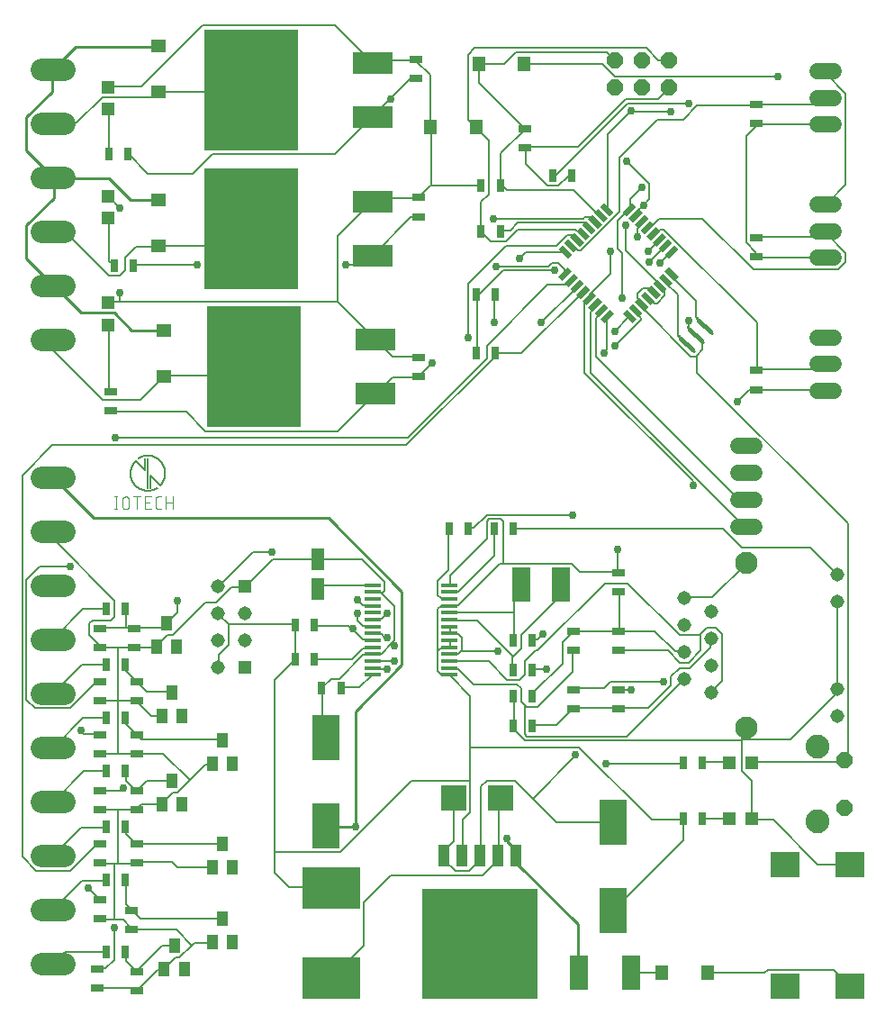
<source format=gbr>
G04 EAGLE Gerber RS-274X export*
G75*
%MOMM*%
%FSLAX34Y34*%
%LPD*%
%INTop Copper*%
%IPPOS*%
%AMOC8*
5,1,8,0,0,1.08239X$1,22.5*%
G01*
%ADD10R,1.200000X1.200000*%
%ADD11R,1.270000X1.470000*%
%ADD12R,0.800000X1.200000*%
%ADD13R,1.780000X3.200000*%
%ADD14R,2.800000X2.400000*%
%ADD15R,1.200000X0.800000*%
%ADD16R,1.470000X1.270000*%
%ADD17R,3.810000X2.082800*%
%ADD18R,8.890000X11.430000*%
%ADD19R,1.308000X1.308000*%
%ADD20C,1.308000*%
%ADD21C,2.095500*%
%ADD22R,1.500000X0.400000*%
%ADD23R,1.700000X3.300000*%
%ADD24R,1.200000X2.000000*%
%ADD25C,2.100000*%
%ADD26C,1.524000*%
%ADD27R,1.270000X0.558800*%
%ADD28R,0.558800X1.270000*%
%ADD29C,0.450000*%
%ADD30C,0.254000*%
%ADD31R,2.500000X4.300000*%
%ADD32R,5.500000X4.000000*%
%ADD33R,10.800000X10.410000*%
%ADD34R,1.066800X2.159000*%
%ADD35R,2.400000X2.400000*%
%ADD36C,0.127000*%
%ADD37C,0.101600*%
%ADD38P,1.649562X8X112.500000*%
%ADD39C,2.247900*%
%ADD40P,1.632244X8X22.500000*%
%ADD41R,1.000000X1.400000*%
%ADD42C,0.756400*%
%ADD43C,0.203200*%


D10*
X728000Y200000D03*
X707000Y200000D03*
D11*
X686500Y55000D03*
X643500Y55000D03*
D12*
X681500Y200000D03*
X663500Y200000D03*
D13*
X614900Y55000D03*
X565100Y55000D03*
D14*
X820000Y43000D03*
X820000Y157000D03*
X759000Y43000D03*
X759000Y157000D03*
D15*
X412500Y914000D03*
X412500Y896000D03*
D16*
X170000Y883500D03*
X170000Y926500D03*
D17*
X371400Y859600D03*
X371400Y910400D03*
D18*
X257100Y885000D03*
D15*
X732500Y621500D03*
X732500Y603500D03*
X732500Y746500D03*
X732500Y728500D03*
X415000Y784000D03*
X415000Y766000D03*
D16*
X170000Y738500D03*
X170000Y781500D03*
D17*
X371400Y729600D03*
X371400Y780400D03*
D18*
X257100Y755000D03*
D19*
X251125Y418250D03*
X251125Y342050D03*
D20*
X251125Y392850D03*
X251125Y367450D03*
X225725Y367450D03*
X225725Y392850D03*
X225725Y418250D03*
X225725Y342050D03*
D21*
X81278Y904500D02*
X60323Y904500D01*
X60323Y853700D02*
X81278Y853700D01*
X81278Y650500D02*
X60323Y650500D01*
X60323Y802900D02*
X81278Y802900D01*
X81278Y752100D02*
X60323Y752100D01*
X60323Y701300D02*
X81278Y701300D01*
D15*
X415000Y634000D03*
X415000Y616000D03*
D16*
X175000Y616000D03*
X175000Y659000D03*
D17*
X373900Y599600D03*
X373900Y650400D03*
D18*
X259600Y625000D03*
D15*
X732500Y871500D03*
X732500Y853500D03*
X115000Y361000D03*
X115000Y379000D03*
X115000Y311000D03*
X115000Y329000D03*
X115000Y261000D03*
X115000Y279000D03*
D22*
X371250Y419750D03*
X371250Y413250D03*
X371250Y406750D03*
X371250Y400250D03*
X371250Y393750D03*
X371250Y387250D03*
X371250Y380750D03*
X371250Y374250D03*
X371250Y367750D03*
X371250Y361250D03*
X371250Y354750D03*
X371250Y348250D03*
X371250Y341750D03*
X371250Y335250D03*
X443750Y335250D03*
X443750Y341750D03*
X443750Y348250D03*
X443750Y354750D03*
X443750Y361250D03*
X443750Y367750D03*
X443750Y374250D03*
X443750Y380750D03*
X443750Y387250D03*
X443750Y393750D03*
X443750Y400250D03*
X443750Y406750D03*
X443750Y413250D03*
X443750Y419750D03*
D12*
X316500Y350000D03*
X298500Y350000D03*
X316500Y382500D03*
X298500Y382500D03*
X341500Y322500D03*
X323500Y322500D03*
D23*
X511500Y420000D03*
X548500Y420000D03*
D12*
X503500Y340000D03*
X521500Y340000D03*
X503500Y367500D03*
X521500Y367500D03*
D15*
X560000Y358500D03*
X560000Y376500D03*
X602500Y358500D03*
X602500Y376500D03*
X602500Y303500D03*
X602500Y321500D03*
X560000Y303500D03*
X560000Y321500D03*
D12*
X521500Y315000D03*
X503500Y315000D03*
D15*
X602500Y431500D03*
X602500Y413500D03*
D12*
X521500Y287500D03*
X503500Y287500D03*
D24*
X320000Y416000D03*
X320000Y444000D03*
D12*
X504000Y472500D03*
X486000Y472500D03*
X461500Y472500D03*
X443500Y472500D03*
D25*
X722700Y285750D03*
X722700Y440650D03*
D20*
X808400Y429450D03*
X808400Y404050D03*
X808400Y322350D03*
X808400Y296950D03*
X664300Y407600D03*
X664300Y382200D03*
X664300Y356800D03*
X664300Y331400D03*
X689700Y395000D03*
X689700Y369600D03*
X689700Y344200D03*
X689700Y318800D03*
D26*
X714880Y550600D02*
X730120Y550600D01*
X730120Y525200D02*
X714880Y525200D01*
X714880Y499800D02*
X730120Y499800D01*
X730120Y474400D02*
X714880Y474400D01*
D15*
X515000Y831000D03*
X515000Y849000D03*
D12*
X473500Y795000D03*
X491500Y795000D03*
X473500Y752500D03*
X491500Y752500D03*
X663500Y252500D03*
X681500Y252500D03*
D10*
X728000Y252500D03*
X707000Y252500D03*
D27*
G36*
X610540Y678813D02*
X619519Y669834D01*
X615568Y665883D01*
X606589Y674862D01*
X610540Y678813D01*
G37*
G36*
X616197Y684470D02*
X625176Y675491D01*
X621225Y671540D01*
X612246Y680519D01*
X616197Y684470D01*
G37*
G36*
X621854Y690126D02*
X630833Y681147D01*
X626882Y677196D01*
X617903Y686175D01*
X621854Y690126D01*
G37*
G36*
X627511Y695783D02*
X636490Y686804D01*
X632539Y682853D01*
X623560Y691832D01*
X627511Y695783D01*
G37*
G36*
X633168Y701440D02*
X642147Y692461D01*
X638196Y688510D01*
X629217Y697489D01*
X633168Y701440D01*
G37*
G36*
X638825Y707097D02*
X647804Y698118D01*
X643853Y694167D01*
X634874Y703146D01*
X638825Y707097D01*
G37*
G36*
X644481Y712754D02*
X653460Y703775D01*
X649509Y699824D01*
X640530Y708803D01*
X644481Y712754D01*
G37*
G36*
X650138Y718411D02*
X659117Y709432D01*
X655166Y705481D01*
X646187Y714460D01*
X650138Y718411D01*
G37*
D28*
G36*
X655166Y739519D02*
X659117Y735568D01*
X650138Y726589D01*
X646187Y730540D01*
X655166Y739519D01*
G37*
G36*
X649509Y745176D02*
X653460Y741225D01*
X644481Y732246D01*
X640530Y736197D01*
X649509Y745176D01*
G37*
G36*
X643853Y750833D02*
X647804Y746882D01*
X638825Y737903D01*
X634874Y741854D01*
X643853Y750833D01*
G37*
G36*
X638196Y756490D02*
X642147Y752539D01*
X633168Y743560D01*
X629217Y747511D01*
X638196Y756490D01*
G37*
G36*
X632539Y762147D02*
X636490Y758196D01*
X627511Y749217D01*
X623560Y753168D01*
X632539Y762147D01*
G37*
G36*
X626882Y767804D02*
X630833Y763853D01*
X621854Y754874D01*
X617903Y758825D01*
X626882Y767804D01*
G37*
G36*
X621225Y773460D02*
X625176Y769509D01*
X616197Y760530D01*
X612246Y764481D01*
X621225Y773460D01*
G37*
G36*
X615568Y779117D02*
X619519Y775166D01*
X610540Y766187D01*
X606589Y770138D01*
X615568Y779117D01*
G37*
D27*
G36*
X589432Y779117D02*
X598411Y770138D01*
X594460Y766187D01*
X585481Y775166D01*
X589432Y779117D01*
G37*
G36*
X583775Y773460D02*
X592754Y764481D01*
X588803Y760530D01*
X579824Y769509D01*
X583775Y773460D01*
G37*
G36*
X578118Y767804D02*
X587097Y758825D01*
X583146Y754874D01*
X574167Y763853D01*
X578118Y767804D01*
G37*
G36*
X572461Y762147D02*
X581440Y753168D01*
X577489Y749217D01*
X568510Y758196D01*
X572461Y762147D01*
G37*
G36*
X566804Y756490D02*
X575783Y747511D01*
X571832Y743560D01*
X562853Y752539D01*
X566804Y756490D01*
G37*
G36*
X561147Y750833D02*
X570126Y741854D01*
X566175Y737903D01*
X557196Y746882D01*
X561147Y750833D01*
G37*
G36*
X555491Y745176D02*
X564470Y736197D01*
X560519Y732246D01*
X551540Y741225D01*
X555491Y745176D01*
G37*
G36*
X549834Y739519D02*
X558813Y730540D01*
X554862Y726589D01*
X545883Y735568D01*
X549834Y739519D01*
G37*
D28*
G36*
X554862Y718411D02*
X558813Y714460D01*
X549834Y705481D01*
X545883Y709432D01*
X554862Y718411D01*
G37*
G36*
X560519Y712754D02*
X564470Y708803D01*
X555491Y699824D01*
X551540Y703775D01*
X560519Y712754D01*
G37*
G36*
X566175Y707097D02*
X570126Y703146D01*
X561147Y694167D01*
X557196Y698118D01*
X566175Y707097D01*
G37*
G36*
X571832Y701440D02*
X575783Y697489D01*
X566804Y688510D01*
X562853Y692461D01*
X571832Y701440D01*
G37*
G36*
X577489Y695783D02*
X581440Y691832D01*
X572461Y682853D01*
X568510Y686804D01*
X577489Y695783D01*
G37*
G36*
X583146Y690126D02*
X587097Y686175D01*
X578118Y677196D01*
X574167Y681147D01*
X583146Y690126D01*
G37*
G36*
X588803Y684470D02*
X592754Y680519D01*
X583775Y671540D01*
X579824Y675491D01*
X588803Y684470D01*
G37*
G36*
X594460Y678813D02*
X598411Y674862D01*
X589432Y665883D01*
X585481Y669834D01*
X594460Y678813D01*
G37*
D12*
X559000Y805000D03*
X541000Y805000D03*
X486500Y692500D03*
X468500Y692500D03*
D29*
X661371Y651659D02*
X671659Y641371D01*
X680144Y649856D02*
X669856Y660144D01*
X678341Y668629D02*
X688629Y658341D01*
D30*
X666515Y646515D02*
X659331Y653699D01*
X666515Y646515D02*
X673699Y639331D01*
X683485Y663485D02*
X676301Y670669D01*
X683485Y663485D02*
X690669Y656301D01*
X675000Y655000D02*
X667816Y662184D01*
X675000Y655000D02*
X682184Y647816D01*
D12*
X486500Y637500D03*
X468500Y637500D03*
D31*
X327500Y193500D03*
X327500Y276500D03*
X597500Y113500D03*
X597500Y196500D03*
D32*
X332500Y135000D03*
X332500Y50000D03*
D33*
X472500Y82100D03*
D34*
X506536Y165412D03*
X489518Y165412D03*
X472500Y165412D03*
X455482Y165412D03*
X438464Y165412D03*
D35*
X492000Y220000D03*
X448000Y220000D03*
D36*
X160000Y511030D02*
X160000Y538970D01*
X162540Y522460D02*
X162540Y511030D01*
X171430Y513570D02*
X162540Y522460D01*
X157460Y527540D02*
X148570Y536430D01*
X157460Y538970D02*
X157460Y527540D01*
X151110Y538971D02*
X151449Y539180D01*
X151793Y539381D01*
X152142Y539574D01*
X152495Y539758D01*
X152853Y539933D01*
X153215Y540100D01*
X153581Y540258D01*
X153951Y540407D01*
X154324Y540546D01*
X154701Y540677D01*
X155080Y540798D01*
X155463Y540911D01*
X155848Y541013D01*
X156235Y541107D01*
X156625Y541191D01*
X157016Y541265D01*
X157409Y541330D01*
X157804Y541385D01*
X158200Y541431D01*
X158597Y541467D01*
X158995Y541493D01*
X159393Y541510D01*
X159791Y541517D01*
X160190Y541514D01*
X160588Y541501D01*
X160986Y541479D01*
X161383Y541447D01*
X161780Y541406D01*
X162175Y541355D01*
X162569Y541294D01*
X162961Y541224D01*
X163351Y541144D01*
X163740Y541054D01*
X164126Y540955D01*
X164509Y540847D01*
X164890Y540730D01*
X165268Y540603D01*
X165643Y540467D01*
X166014Y540322D01*
X166382Y540168D01*
X166745Y540005D01*
X167105Y539833D01*
X167460Y539653D01*
X167811Y539464D01*
X168157Y539267D01*
X168499Y539061D01*
X168835Y538847D01*
X169165Y538624D01*
X169491Y538394D01*
X169810Y538156D01*
X170124Y537910D01*
X170432Y537657D01*
X170733Y537396D01*
X171028Y537128D01*
X171316Y536853D01*
X171598Y536571D01*
X171872Y536282D01*
X172140Y535986D01*
X172400Y535684D01*
X172653Y535376D01*
X172898Y535062D01*
X173135Y534742D01*
X173365Y534416D01*
X173586Y534085D01*
X173800Y533748D01*
X174005Y533407D01*
X174202Y533060D01*
X174390Y532709D01*
X174570Y532353D01*
X174741Y531993D01*
X174903Y531629D01*
X175056Y531261D01*
X175200Y530890D01*
X175335Y530515D01*
X175461Y530137D01*
X175578Y529756D01*
X175685Y529372D01*
X175783Y528985D01*
X175872Y528597D01*
X175951Y528206D01*
X176021Y527814D01*
X176080Y527420D01*
X176131Y527025D01*
X176172Y526628D01*
X176203Y526231D01*
X176224Y525833D01*
X176236Y525435D01*
X176238Y525036D01*
X176230Y524638D01*
X176212Y524239D01*
X176185Y523842D01*
X176148Y523445D01*
X176102Y523049D01*
X176046Y522655D01*
X175980Y522261D01*
X175905Y521870D01*
X175820Y521481D01*
X175726Y521093D01*
X175622Y520709D01*
X175509Y520326D01*
X175387Y519947D01*
X175256Y519571D01*
X175115Y519198D01*
X174965Y518829D01*
X174807Y518463D01*
X174639Y518101D01*
X174463Y517744D01*
X174278Y517391D01*
X174085Y517042D01*
X173883Y516699D01*
X173673Y516360D01*
X173455Y516027D01*
X173229Y515699D01*
X172994Y515376D01*
X172752Y515060D01*
X172503Y514749D01*
X172245Y514445D01*
X171981Y514146D01*
X171709Y513855D01*
X171430Y513570D01*
X168890Y511029D02*
X168551Y510820D01*
X168207Y510619D01*
X167858Y510426D01*
X167505Y510242D01*
X167147Y510067D01*
X166785Y509900D01*
X166419Y509742D01*
X166049Y509593D01*
X165676Y509454D01*
X165299Y509323D01*
X164920Y509202D01*
X164537Y509089D01*
X164152Y508987D01*
X163765Y508893D01*
X163375Y508809D01*
X162984Y508735D01*
X162591Y508670D01*
X162196Y508615D01*
X161800Y508569D01*
X161403Y508533D01*
X161005Y508507D01*
X160607Y508490D01*
X160209Y508483D01*
X159810Y508486D01*
X159412Y508499D01*
X159014Y508521D01*
X158617Y508553D01*
X158220Y508594D01*
X157825Y508645D01*
X157431Y508706D01*
X157039Y508776D01*
X156649Y508856D01*
X156260Y508946D01*
X155874Y509045D01*
X155491Y509153D01*
X155110Y509270D01*
X154732Y509397D01*
X154357Y509533D01*
X153986Y509678D01*
X153618Y509832D01*
X153255Y509995D01*
X152895Y510167D01*
X152540Y510347D01*
X152189Y510536D01*
X151843Y510733D01*
X151501Y510939D01*
X151165Y511153D01*
X150835Y511376D01*
X150509Y511606D01*
X150190Y511844D01*
X149876Y512090D01*
X149568Y512343D01*
X149267Y512604D01*
X148972Y512872D01*
X148684Y513147D01*
X148402Y513429D01*
X148128Y513718D01*
X147860Y514014D01*
X147600Y514316D01*
X147347Y514624D01*
X147102Y514938D01*
X146865Y515258D01*
X146635Y515584D01*
X146414Y515915D01*
X146200Y516252D01*
X145995Y516593D01*
X145798Y516940D01*
X145610Y517291D01*
X145430Y517647D01*
X145259Y518007D01*
X145097Y518371D01*
X144944Y518739D01*
X144800Y519110D01*
X144665Y519485D01*
X144539Y519863D01*
X144422Y520244D01*
X144315Y520628D01*
X144217Y521015D01*
X144128Y521403D01*
X144049Y521794D01*
X143979Y522186D01*
X143920Y522580D01*
X143869Y522975D01*
X143828Y523372D01*
X143797Y523769D01*
X143776Y524167D01*
X143764Y524565D01*
X143762Y524964D01*
X143770Y525362D01*
X143788Y525761D01*
X143815Y526158D01*
X143852Y526555D01*
X143898Y526951D01*
X143954Y527345D01*
X144020Y527739D01*
X144095Y528130D01*
X144180Y528519D01*
X144274Y528907D01*
X144378Y529291D01*
X144491Y529674D01*
X144613Y530053D01*
X144744Y530429D01*
X144885Y530802D01*
X145035Y531171D01*
X145193Y531537D01*
X145361Y531899D01*
X145537Y532256D01*
X145722Y532609D01*
X145915Y532958D01*
X146117Y533301D01*
X146327Y533640D01*
X146545Y533973D01*
X146771Y534301D01*
X147006Y534624D01*
X147248Y534940D01*
X147497Y535251D01*
X147755Y535555D01*
X148019Y535854D01*
X148291Y536145D01*
X148570Y536430D01*
D37*
X130056Y502902D02*
X130056Y491218D01*
X128758Y491218D02*
X131354Y491218D01*
X131354Y502902D02*
X128758Y502902D01*
X135955Y499656D02*
X135955Y494464D01*
X135954Y499656D02*
X135956Y499769D01*
X135962Y499882D01*
X135972Y499995D01*
X135986Y500108D01*
X136003Y500220D01*
X136025Y500331D01*
X136050Y500441D01*
X136080Y500551D01*
X136113Y500659D01*
X136150Y500766D01*
X136190Y500872D01*
X136235Y500976D01*
X136283Y501079D01*
X136334Y501180D01*
X136389Y501279D01*
X136447Y501376D01*
X136509Y501471D01*
X136574Y501564D01*
X136642Y501654D01*
X136713Y501742D01*
X136788Y501828D01*
X136865Y501911D01*
X136945Y501991D01*
X137028Y502068D01*
X137114Y502143D01*
X137202Y502214D01*
X137292Y502282D01*
X137385Y502347D01*
X137480Y502409D01*
X137577Y502467D01*
X137676Y502522D01*
X137777Y502573D01*
X137880Y502621D01*
X137984Y502666D01*
X138090Y502706D01*
X138197Y502743D01*
X138305Y502776D01*
X138415Y502806D01*
X138525Y502831D01*
X138636Y502853D01*
X138748Y502870D01*
X138861Y502884D01*
X138974Y502894D01*
X139087Y502900D01*
X139200Y502902D01*
X139313Y502900D01*
X139426Y502894D01*
X139539Y502884D01*
X139652Y502870D01*
X139764Y502853D01*
X139875Y502831D01*
X139985Y502806D01*
X140095Y502776D01*
X140203Y502743D01*
X140310Y502706D01*
X140416Y502666D01*
X140520Y502621D01*
X140623Y502573D01*
X140724Y502522D01*
X140823Y502467D01*
X140920Y502409D01*
X141015Y502347D01*
X141108Y502282D01*
X141198Y502214D01*
X141286Y502143D01*
X141372Y502068D01*
X141455Y501991D01*
X141535Y501911D01*
X141612Y501828D01*
X141687Y501742D01*
X141758Y501654D01*
X141826Y501564D01*
X141891Y501471D01*
X141953Y501376D01*
X142011Y501279D01*
X142066Y501180D01*
X142117Y501079D01*
X142165Y500976D01*
X142210Y500872D01*
X142250Y500766D01*
X142287Y500659D01*
X142320Y500551D01*
X142350Y500441D01*
X142375Y500331D01*
X142397Y500220D01*
X142414Y500108D01*
X142428Y499995D01*
X142438Y499882D01*
X142444Y499769D01*
X142446Y499656D01*
X142446Y494464D01*
X142444Y494351D01*
X142438Y494238D01*
X142428Y494125D01*
X142414Y494012D01*
X142397Y493900D01*
X142375Y493789D01*
X142350Y493679D01*
X142320Y493569D01*
X142287Y493461D01*
X142250Y493354D01*
X142210Y493248D01*
X142165Y493144D01*
X142117Y493041D01*
X142066Y492940D01*
X142011Y492841D01*
X141953Y492744D01*
X141891Y492649D01*
X141826Y492556D01*
X141758Y492466D01*
X141687Y492378D01*
X141612Y492292D01*
X141535Y492209D01*
X141455Y492129D01*
X141372Y492052D01*
X141286Y491977D01*
X141198Y491906D01*
X141108Y491838D01*
X141015Y491773D01*
X140920Y491711D01*
X140823Y491653D01*
X140724Y491598D01*
X140623Y491547D01*
X140520Y491499D01*
X140416Y491454D01*
X140310Y491414D01*
X140203Y491377D01*
X140095Y491344D01*
X139985Y491314D01*
X139875Y491289D01*
X139764Y491267D01*
X139652Y491250D01*
X139539Y491236D01*
X139426Y491226D01*
X139313Y491220D01*
X139200Y491218D01*
X139087Y491220D01*
X138974Y491226D01*
X138861Y491236D01*
X138748Y491250D01*
X138636Y491267D01*
X138525Y491289D01*
X138415Y491314D01*
X138305Y491344D01*
X138197Y491377D01*
X138090Y491414D01*
X137984Y491454D01*
X137880Y491499D01*
X137777Y491547D01*
X137676Y491598D01*
X137577Y491653D01*
X137480Y491711D01*
X137385Y491773D01*
X137292Y491838D01*
X137202Y491906D01*
X137114Y491977D01*
X137028Y492052D01*
X136945Y492129D01*
X136865Y492209D01*
X136788Y492292D01*
X136713Y492378D01*
X136642Y492466D01*
X136574Y492556D01*
X136509Y492649D01*
X136447Y492744D01*
X136389Y492841D01*
X136334Y492940D01*
X136283Y493041D01*
X136235Y493144D01*
X136190Y493248D01*
X136150Y493354D01*
X136113Y493461D01*
X136080Y493569D01*
X136050Y493679D01*
X136025Y493789D01*
X136003Y493900D01*
X135986Y494012D01*
X135972Y494125D01*
X135962Y494238D01*
X135956Y494351D01*
X135954Y494464D01*
X149868Y491218D02*
X149868Y502902D01*
X146623Y502902D02*
X153114Y502902D01*
X157694Y491218D02*
X162887Y491218D01*
X157694Y491218D02*
X157694Y502902D01*
X162887Y502902D01*
X161589Y497709D02*
X157694Y497709D01*
X169760Y491218D02*
X172356Y491218D01*
X169760Y491218D02*
X169661Y491220D01*
X169561Y491226D01*
X169462Y491235D01*
X169364Y491248D01*
X169266Y491265D01*
X169168Y491286D01*
X169072Y491311D01*
X168977Y491339D01*
X168883Y491371D01*
X168790Y491406D01*
X168698Y491445D01*
X168608Y491488D01*
X168520Y491533D01*
X168433Y491583D01*
X168349Y491635D01*
X168266Y491691D01*
X168186Y491749D01*
X168108Y491811D01*
X168033Y491876D01*
X167960Y491944D01*
X167890Y492014D01*
X167822Y492087D01*
X167757Y492162D01*
X167695Y492240D01*
X167637Y492320D01*
X167581Y492403D01*
X167529Y492487D01*
X167479Y492574D01*
X167434Y492662D01*
X167391Y492752D01*
X167352Y492844D01*
X167317Y492937D01*
X167285Y493031D01*
X167257Y493126D01*
X167232Y493222D01*
X167211Y493320D01*
X167194Y493418D01*
X167181Y493516D01*
X167172Y493615D01*
X167166Y493715D01*
X167164Y493814D01*
X167163Y493814D02*
X167163Y500306D01*
X167164Y500306D02*
X167166Y500405D01*
X167172Y500505D01*
X167181Y500604D01*
X167194Y500702D01*
X167211Y500800D01*
X167232Y500898D01*
X167257Y500994D01*
X167285Y501089D01*
X167317Y501183D01*
X167352Y501276D01*
X167391Y501368D01*
X167434Y501458D01*
X167479Y501546D01*
X167529Y501633D01*
X167581Y501717D01*
X167637Y501800D01*
X167695Y501880D01*
X167757Y501958D01*
X167822Y502033D01*
X167890Y502106D01*
X167960Y502176D01*
X168033Y502244D01*
X168108Y502309D01*
X168186Y502371D01*
X168266Y502429D01*
X168349Y502485D01*
X168433Y502537D01*
X168520Y502587D01*
X168608Y502632D01*
X168698Y502675D01*
X168790Y502714D01*
X168882Y502749D01*
X168977Y502781D01*
X169072Y502809D01*
X169168Y502834D01*
X169266Y502855D01*
X169364Y502872D01*
X169462Y502885D01*
X169561Y502894D01*
X169661Y502900D01*
X169760Y502902D01*
X172356Y502902D01*
X177103Y502902D02*
X177103Y491218D01*
X177103Y497709D02*
X183594Y497709D01*
X183594Y502902D02*
X183594Y491218D01*
D38*
X814946Y209894D03*
X814946Y255106D03*
D39*
X790054Y197448D03*
X790054Y267552D03*
D26*
X789880Y652500D02*
X805120Y652500D01*
X805120Y627500D02*
X789880Y627500D01*
X789880Y602500D02*
X805120Y602500D01*
X805120Y777500D02*
X789880Y777500D01*
X789880Y752500D02*
X805120Y752500D01*
X805120Y727500D02*
X789880Y727500D01*
X789880Y902500D02*
X805120Y902500D01*
X805120Y877500D02*
X789880Y877500D01*
X789880Y852500D02*
X805120Y852500D01*
D21*
X81278Y521100D02*
X60323Y521100D01*
X60323Y470300D02*
X81278Y470300D01*
X81278Y63900D02*
X60323Y63900D01*
X60323Y419500D02*
X81278Y419500D01*
X81278Y368700D02*
X60323Y368700D01*
X60323Y114700D02*
X81278Y114700D01*
X81278Y317900D02*
X60323Y317900D01*
X60323Y267100D02*
X81278Y267100D01*
X81278Y165500D02*
X60323Y165500D01*
X60323Y216300D02*
X81278Y216300D01*
D15*
X115000Y208500D03*
X115000Y226500D03*
X115000Y158500D03*
X115000Y176500D03*
X115000Y106000D03*
X115000Y124000D03*
X112500Y41000D03*
X112500Y59000D03*
D40*
X599600Y887300D03*
X599600Y912700D03*
X625000Y887300D03*
X625000Y912700D03*
X650400Y887300D03*
X650400Y912700D03*
D11*
X514000Y910000D03*
X471000Y910000D03*
D15*
X125000Y601500D03*
X125000Y583500D03*
D10*
X122500Y685500D03*
X122500Y664500D03*
D12*
X123500Y825000D03*
X141500Y825000D03*
D10*
X122500Y888000D03*
X122500Y867000D03*
D12*
X128500Y720000D03*
X146500Y720000D03*
D10*
X122500Y785500D03*
X122500Y764500D03*
D11*
X469000Y850000D03*
X426000Y850000D03*
D12*
X139000Y397500D03*
X121000Y397500D03*
D15*
X147500Y379000D03*
X147500Y361000D03*
D41*
X177500Y383500D03*
X187000Y361500D03*
X168000Y361500D03*
D12*
X139000Y345000D03*
X121000Y345000D03*
D15*
X150000Y329000D03*
X150000Y311000D03*
D41*
X182500Y318500D03*
X192000Y296500D03*
X173000Y296500D03*
D12*
X139000Y295000D03*
X121000Y295000D03*
D15*
X150000Y279000D03*
X150000Y261000D03*
D41*
X230000Y273500D03*
X239500Y251500D03*
X220500Y251500D03*
D12*
X139000Y245000D03*
X121000Y245000D03*
D15*
X150000Y226500D03*
X150000Y208500D03*
D41*
X182500Y236000D03*
X192000Y214000D03*
X173000Y214000D03*
D12*
X139000Y192500D03*
X121000Y192500D03*
D15*
X150000Y176500D03*
X150000Y158500D03*
D41*
X230000Y176000D03*
X239500Y154000D03*
X220500Y154000D03*
D12*
X139000Y142500D03*
X121000Y142500D03*
D15*
X145000Y114000D03*
X145000Y96000D03*
D41*
X230000Y106000D03*
X239500Y84000D03*
X220500Y84000D03*
D12*
X139000Y75000D03*
X121000Y75000D03*
D15*
X150000Y56500D03*
X150000Y38500D03*
D41*
X185000Y81000D03*
X194500Y59000D03*
X175500Y59000D03*
D30*
X507189Y158178D02*
X507189Y165321D01*
X507189Y158178D02*
X564337Y101030D01*
X564337Y55107D01*
X507189Y165321D02*
X506536Y165412D01*
X564337Y55107D02*
X565100Y55000D01*
X355134Y192875D02*
X327581Y192875D01*
X498004Y181649D02*
X498004Y178588D01*
X506168Y170424D01*
X506168Y166342D01*
X327581Y192875D02*
X327500Y193500D01*
X506168Y166342D02*
X506536Y165412D01*
X169403Y925594D02*
X91845Y925594D01*
X71435Y905184D01*
X169403Y925594D02*
X170000Y926500D01*
X71435Y905184D02*
X70800Y904500D01*
X143891Y781703D02*
X169403Y781703D01*
X143891Y781703D02*
X123481Y802113D01*
X71435Y802113D01*
X169403Y781703D02*
X170000Y781500D01*
X71435Y802113D02*
X70800Y802900D01*
X144911Y659243D02*
X174506Y659243D01*
X144911Y659243D02*
X128583Y675571D01*
X96948Y675571D01*
X71435Y701084D01*
X174506Y659243D02*
X175000Y659000D01*
X71435Y701084D02*
X70800Y701300D01*
X71435Y783744D02*
X71435Y801093D01*
X71435Y783744D02*
X45923Y758232D01*
X45923Y726596D01*
X70415Y702104D01*
X71435Y801093D02*
X70800Y802900D01*
X70415Y702104D02*
X70800Y701300D01*
X70415Y883753D02*
X70415Y904163D01*
X70415Y883753D02*
X45923Y859261D01*
X45923Y828646D01*
X70415Y804154D01*
X70415Y904163D02*
X70800Y904500D01*
X70415Y804154D02*
X70800Y802900D01*
X355134Y301048D02*
X355134Y192875D01*
X355134Y301048D02*
X399016Y344929D01*
X399016Y413303D01*
X329622Y482697D01*
X109194Y482697D01*
X71435Y520455D01*
X70800Y521100D01*
D42*
X355134Y192875D03*
X498004Y181649D03*
D43*
X438815Y165321D02*
X438815Y161239D01*
X449020Y151034D01*
X462287Y151034D01*
X472492Y161239D01*
X472492Y165321D01*
X438815Y165321D02*
X438464Y165412D01*
X472492Y165321D02*
X472500Y165412D01*
X448000Y178588D02*
X448000Y219408D01*
X448000Y178588D02*
X438815Y169403D01*
X438815Y166342D01*
X448000Y219408D02*
X448000Y220000D01*
X438815Y166342D02*
X438464Y165412D01*
X543927Y196957D02*
X596993Y196957D01*
X521986Y218897D02*
X505148Y235736D01*
X521986Y218897D02*
X543927Y196957D01*
X505148Y235736D02*
X478615Y235736D01*
X473512Y230633D01*
X473512Y166342D01*
X596993Y196957D02*
X597500Y196500D01*
X473512Y166342D02*
X472500Y165412D01*
X452082Y355134D02*
X443918Y355134D01*
X454633Y357685D02*
X455143Y358196D01*
X454633Y357685D02*
X452082Y355134D01*
X455143Y358196D02*
X455143Y370442D01*
X452082Y373503D01*
X443918Y373503D01*
X443918Y355134D02*
X443750Y354750D01*
X443918Y373503D02*
X443750Y374250D01*
X443918Y374524D02*
X443918Y380647D01*
X443750Y380750D01*
X443918Y374524D02*
X443750Y374250D01*
X522496Y340847D02*
X534742Y340847D01*
X522496Y340847D02*
X521500Y340000D01*
X522496Y368401D02*
X526578Y368401D01*
X531681Y373503D01*
X522496Y368401D02*
X521500Y367500D01*
X488820Y357175D02*
X455143Y357175D01*
X454633Y357685D01*
X562296Y259207D02*
X521986Y218897D01*
X562296Y259207D02*
X562296Y260228D01*
X504127Y287781D02*
X504127Y314314D01*
X504127Y287781D02*
X503500Y287500D01*
X504127Y314314D02*
X503500Y315000D01*
X727617Y235736D02*
X727617Y200018D01*
X727617Y235736D02*
X718432Y244920D01*
X718432Y274515D02*
X718432Y281658D01*
X718432Y274515D02*
X718432Y273494D01*
X718432Y244920D01*
X718432Y281658D02*
X722514Y285740D01*
X727617Y200018D02*
X728000Y200000D01*
X722700Y285750D02*
X722514Y285740D01*
X504127Y286761D02*
X504127Y283699D01*
X514332Y273494D01*
X718432Y273494D01*
X504127Y286761D02*
X503500Y287500D01*
X789867Y157157D02*
X819462Y157157D01*
X789867Y157157D02*
X748027Y198998D01*
X728637Y198998D01*
X819462Y157157D02*
X820000Y157000D01*
X728637Y198998D02*
X728000Y200000D01*
X798031Y900081D02*
X798031Y902122D01*
X798031Y900081D02*
X816400Y881712D01*
X816400Y795990D01*
X798031Y777621D01*
X798031Y902122D02*
X797500Y902500D01*
X798031Y777621D02*
X797500Y777500D01*
X808236Y403098D02*
X808236Y322478D01*
X808400Y322350D01*
X808236Y403098D02*
X808400Y404050D01*
X764355Y274515D02*
X718432Y274515D01*
X764355Y274515D02*
X808236Y318396D01*
X808236Y321458D01*
X808400Y322350D01*
X690879Y408200D02*
X664346Y408200D01*
X690879Y408200D02*
X722514Y439836D01*
X664346Y408200D02*
X664300Y407600D01*
X722514Y439836D02*
X722700Y440650D01*
X338806Y685776D02*
X133686Y685776D01*
X123481Y685776D01*
X338806Y685776D02*
X373503Y651079D01*
X123481Y685776D02*
X122500Y685500D01*
X373503Y651079D02*
X373900Y650400D01*
X133686Y774560D02*
X123481Y784765D01*
X133686Y694961D02*
X133686Y685776D01*
X123481Y784765D02*
X122500Y785500D01*
X389831Y634751D02*
X414323Y634751D01*
X389831Y634751D02*
X374524Y650059D01*
X414323Y634751D02*
X415000Y634000D01*
X374524Y650059D02*
X373900Y650400D01*
X374524Y783744D02*
X414323Y783744D01*
X374524Y783744D02*
X371462Y780683D01*
X414323Y783744D02*
X415000Y784000D01*
X371462Y780683D02*
X371400Y780400D01*
X425549Y794970D02*
X426569Y794970D01*
X472492Y794970D01*
X425549Y794970D02*
X415344Y784765D01*
X472492Y794970D02*
X473500Y795000D01*
X415344Y784765D02*
X415000Y784000D01*
X426569Y794970D02*
X426569Y849056D01*
X426000Y850000D01*
X154096Y888856D02*
X123481Y888856D01*
X154096Y888856D02*
X211244Y946004D01*
X335745Y946004D01*
X370442Y911307D01*
X123481Y888856D02*
X122500Y888000D01*
X370442Y911307D02*
X371400Y910400D01*
X373503Y913348D02*
X412282Y913348D01*
X373503Y913348D02*
X371462Y911307D01*
X412282Y913348D02*
X412500Y914000D01*
X371462Y911307D02*
X371400Y910400D01*
X425549Y899061D02*
X425549Y850077D01*
X425549Y899061D02*
X412282Y912327D01*
X425549Y850077D02*
X426000Y850000D01*
X412282Y912327D02*
X412500Y914000D01*
X338806Y748027D02*
X338806Y685776D01*
X338806Y748027D02*
X370442Y779662D01*
X371400Y780400D01*
X319417Y443918D02*
X277576Y443918D01*
X252064Y418405D01*
X319417Y443918D02*
X320000Y444000D01*
X252064Y418405D02*
X251125Y418250D01*
X324519Y322478D02*
X324519Y278597D01*
X326560Y276556D01*
X324519Y322478D02*
X323500Y322500D01*
X326560Y276556D02*
X327500Y276500D01*
X362278Y354114D02*
X370442Y354114D01*
X362278Y354114D02*
X339827Y331663D01*
X332683Y331663D01*
X324519Y323499D01*
X370442Y354114D02*
X371250Y354750D01*
X324519Y323499D02*
X323500Y322500D01*
X371462Y412282D02*
X379626Y412282D01*
X380136Y411772D02*
X391872Y400036D01*
X380136Y411772D02*
X379626Y412282D01*
X391872Y400036D02*
X391872Y367380D01*
X389321Y364829D02*
X379626Y355134D01*
X389321Y364829D02*
X391872Y367380D01*
X379626Y355134D02*
X371462Y355134D01*
X371462Y412282D02*
X371250Y413250D01*
X371462Y355134D02*
X371250Y354750D01*
X361257Y443918D02*
X320437Y443918D01*
X361257Y443918D02*
X382688Y422487D01*
X382688Y414323D01*
X380136Y411772D01*
X320437Y443918D02*
X320000Y444000D01*
X146952Y40820D02*
X113276Y40820D01*
X146952Y40820D02*
X148993Y38779D01*
X113276Y40820D02*
X112500Y41000D01*
X148993Y38779D02*
X150000Y38500D01*
X169403Y58169D02*
X174506Y58169D01*
X169403Y58169D02*
X150014Y38779D01*
X174506Y58169D02*
X175500Y59000D01*
X150014Y38779D02*
X150000Y38500D01*
X204100Y83681D02*
X220428Y83681D01*
X201549Y81130D02*
X189813Y69394D01*
X201549Y81130D02*
X204100Y83681D01*
X189813Y69394D02*
X185731Y69394D01*
X175526Y59189D01*
X220428Y83681D02*
X220500Y84000D01*
X175526Y59189D02*
X175500Y59000D01*
X148993Y208182D02*
X131645Y208182D01*
X115317Y208182D01*
X115000Y208500D01*
X148993Y208182D02*
X150000Y208500D01*
X154096Y213285D02*
X172465Y213285D01*
X154096Y213285D02*
X150014Y209203D01*
X172465Y213285D02*
X173000Y214000D01*
X150014Y209203D02*
X150000Y208500D01*
X214305Y251043D02*
X220428Y251043D01*
X199508Y236246D02*
X187772Y224510D01*
X199508Y236246D02*
X214305Y251043D01*
X187772Y224510D02*
X183690Y224510D01*
X173485Y214305D01*
X220428Y251043D02*
X220500Y251500D01*
X173485Y214305D02*
X173000Y214000D01*
X136747Y105112D02*
X128583Y105112D01*
X115317Y105112D01*
X136747Y105112D02*
X144911Y96948D01*
X115317Y105112D02*
X115000Y106000D01*
X144911Y96948D02*
X145000Y96000D01*
X148993Y158178D02*
X131645Y158178D01*
X128583Y158178D01*
X115317Y158178D01*
X115000Y158500D01*
X148993Y158178D02*
X150000Y158500D01*
X187772Y154096D02*
X220428Y154096D01*
X187772Y154096D02*
X182670Y159198D01*
X150014Y159198D01*
X220428Y154096D02*
X220500Y154000D01*
X150000Y158500D02*
X150014Y159198D01*
X128583Y158178D02*
X128583Y105112D01*
X131645Y158178D02*
X131645Y208182D01*
X186752Y95927D02*
X201549Y81130D01*
X186752Y95927D02*
X145932Y95927D01*
X145000Y96000D01*
X146952Y361257D02*
X131645Y361257D01*
X115317Y361257D01*
X115000Y361000D01*
X146952Y361257D02*
X147500Y361000D01*
X147973Y361257D02*
X167362Y361257D01*
X168000Y361500D01*
X147973Y361257D02*
X147500Y361000D01*
X148993Y261248D02*
X131645Y261248D01*
X115317Y261248D01*
X115000Y261000D01*
X148993Y261248D02*
X150000Y261000D01*
X148993Y311253D02*
X131645Y311253D01*
X115317Y311253D01*
X115000Y311000D01*
X148993Y311253D02*
X150000Y311000D01*
X163280Y296966D02*
X172465Y296966D01*
X163280Y296966D02*
X150014Y310232D01*
X172465Y296966D02*
X173000Y296500D01*
X150014Y310232D02*
X150000Y311000D01*
X131645Y311253D02*
X131645Y261248D01*
X131645Y311253D02*
X131645Y361257D01*
X71435Y462287D02*
X71435Y469430D01*
X71435Y462287D02*
X128583Y405139D01*
X128583Y389831D01*
X125522Y386770D01*
X108173Y386770D01*
X105112Y383708D01*
X105112Y372483D01*
X115317Y362278D01*
X71435Y469430D02*
X70800Y470300D01*
X115317Y362278D02*
X115000Y361000D01*
X174506Y261248D02*
X199508Y236246D01*
X174506Y261248D02*
X151034Y261248D01*
X150000Y261000D01*
X238797Y417385D02*
X251043Y417385D01*
X238797Y417385D02*
X224510Y403098D01*
X214305Y403098D01*
X183690Y372483D01*
X178588Y372483D01*
X168383Y362278D01*
X251043Y417385D02*
X251125Y418250D01*
X168383Y362278D02*
X168000Y361500D01*
X389321Y364829D02*
X391872Y362278D01*
D42*
X534742Y340847D03*
X531681Y373503D03*
X488820Y357175D03*
X562296Y260228D03*
X133686Y774560D03*
X133686Y694961D03*
X391872Y362278D03*
D43*
X681694Y200018D02*
X706186Y200018D01*
X681694Y200018D02*
X681500Y200000D01*
X706186Y200018D02*
X707000Y200000D01*
X642915Y55107D02*
X615362Y55107D01*
X642915Y55107D02*
X643500Y55000D01*
X615362Y55107D02*
X614900Y55000D01*
X255125Y883753D02*
X170424Y883753D01*
X255125Y883753D02*
X256146Y884774D01*
X170424Y883753D02*
X170000Y883500D01*
X256146Y884774D02*
X257100Y885000D01*
X92866Y854159D02*
X71435Y854159D01*
X92866Y854159D02*
X117358Y878651D01*
X165321Y878651D01*
X169403Y882733D01*
X71435Y854159D02*
X70800Y853700D01*
X169403Y882733D02*
X170000Y883500D01*
X613321Y782724D02*
X613321Y773539D01*
X613321Y782724D02*
X624546Y793949D01*
X613321Y773539D02*
X613054Y772652D01*
X370442Y381667D02*
X362278Y381667D01*
X357175Y386770D01*
X357175Y392893D01*
X606177Y689858D02*
X606177Y731699D01*
X602095Y735781D01*
X602095Y762314D01*
X612300Y772519D01*
X370442Y381667D02*
X371250Y380750D01*
X612300Y772519D02*
X613054Y772652D01*
D42*
X624546Y793949D03*
X357175Y392893D03*
X606177Y689858D03*
D43*
X146952Y379626D02*
X139809Y379626D01*
X115317Y379626D01*
X115000Y379000D01*
X146952Y379626D02*
X147500Y379000D01*
X139809Y379626D02*
X139809Y396975D01*
X139000Y397500D01*
X515353Y732719D02*
X552091Y732719D01*
X515353Y732719D02*
X509230Y726596D01*
X187772Y405139D02*
X187772Y393913D01*
X177567Y383708D01*
X552091Y732719D02*
X552348Y733054D01*
X177567Y383708D02*
X177500Y383500D01*
X173485Y379626D02*
X147973Y379626D01*
X173485Y379626D02*
X176547Y382688D01*
X147973Y379626D02*
X147500Y379000D01*
X176547Y382688D02*
X177500Y383500D01*
D42*
X509230Y726596D03*
X187772Y405139D03*
D43*
X170424Y738842D02*
X240838Y738842D01*
X256146Y754150D01*
X170424Y738842D02*
X170000Y738500D01*
X256146Y754150D02*
X257100Y755000D01*
X82661Y751088D02*
X71435Y751088D01*
X82661Y751088D02*
X123481Y710268D01*
X133686Y710268D01*
X138788Y715371D01*
X138788Y727617D01*
X148993Y737822D01*
X169403Y737822D01*
X71435Y751088D02*
X70800Y752100D01*
X169403Y737822D02*
X170000Y738500D01*
X591890Y671489D02*
X591890Y640874D01*
X588829Y637813D01*
X357175Y406159D02*
X362278Y401057D01*
X370442Y401057D01*
X591890Y671489D02*
X591946Y672348D01*
X370442Y401057D02*
X371250Y400250D01*
D42*
X588829Y637813D03*
X357175Y406159D03*
D43*
X599034Y658223D02*
X612300Y671489D01*
X276556Y451061D02*
X259207Y451061D01*
X226551Y418405D01*
X612300Y671489D02*
X613054Y672348D01*
X226551Y418405D02*
X225725Y418250D01*
D42*
X599034Y658223D03*
X276556Y451061D03*
D43*
X619444Y674551D02*
X619444Y677612D01*
X619444Y674551D02*
X623526Y670469D01*
X623526Y669448D01*
X599034Y644956D01*
X618711Y678005D02*
X619444Y677612D01*
D42*
X599034Y644956D03*
D43*
X195936Y582706D02*
X125522Y582706D01*
X195936Y582706D02*
X214305Y564337D01*
X338806Y564337D01*
X373503Y599034D01*
X125522Y582706D02*
X125000Y583500D01*
X373503Y599034D02*
X373900Y599600D01*
X389831Y615362D02*
X414323Y615362D01*
X389831Y615362D02*
X374524Y600054D01*
X414323Y615362D02*
X415000Y616000D01*
X374524Y600054D02*
X373900Y599600D01*
X641895Y722514D02*
X652100Y732719D01*
X427590Y628628D02*
X415344Y616382D01*
X652100Y732719D02*
X652652Y733054D01*
X415344Y616382D02*
X415000Y616000D01*
D42*
X641895Y722514D03*
X427590Y628628D03*
D43*
X206141Y720473D02*
X146952Y720473D01*
X345950Y720473D02*
X362278Y720473D01*
X370442Y728637D01*
X146952Y720473D02*
X146500Y720000D01*
X370442Y728637D02*
X371400Y729600D01*
X407180Y765375D02*
X414323Y765375D01*
X407180Y765375D02*
X371462Y729658D01*
X414323Y765375D02*
X415000Y766000D01*
X371462Y729658D02*
X371400Y729600D01*
X631690Y723535D02*
X645977Y737822D01*
X646995Y738711D01*
D42*
X206141Y720473D03*
X345950Y720473D03*
X631690Y723535D03*
D43*
X732719Y871507D02*
X791908Y871507D01*
X797011Y876610D01*
X732719Y871507D02*
X732500Y871500D01*
X797011Y876610D02*
X797500Y877500D01*
X561275Y737822D02*
X558214Y737822D01*
X561275Y737822D02*
X564337Y734760D01*
X567398Y734760D01*
X603116Y770478D01*
X603116Y821503D01*
X638833Y857220D01*
X663325Y857220D01*
X676592Y870487D01*
X731699Y870487D01*
X558005Y738711D02*
X558214Y737822D01*
X731699Y870487D02*
X732500Y871500D01*
X592911Y843954D02*
X592911Y773539D01*
X592911Y843954D02*
X614341Y865384D01*
X592911Y773539D02*
X591946Y772652D01*
X590870Y252064D02*
X663325Y252064D01*
X384729Y370442D02*
X382688Y370442D01*
X379626Y373503D01*
X371462Y373503D01*
X663500Y252500D02*
X663325Y252064D01*
X371462Y373503D02*
X371250Y374250D01*
X614341Y864364D02*
X652100Y864364D01*
X614341Y864364D02*
X614341Y865384D01*
D42*
X614341Y865384D03*
X590870Y252064D03*
X384729Y370442D03*
X652100Y864364D03*
D43*
X619444Y770478D02*
X619444Y767416D01*
X626077Y777111D02*
X631690Y782724D01*
X626077Y777111D02*
X619444Y770478D01*
X631690Y782724D02*
X631690Y797011D01*
X610259Y818441D01*
X619444Y767416D02*
X618711Y766995D01*
X379626Y387790D02*
X371462Y387790D01*
X379626Y387790D02*
X384729Y392893D01*
X371462Y387790D02*
X371250Y387250D01*
X626587Y776601D02*
X626077Y777111D01*
D42*
X610259Y818441D03*
X384729Y392893D03*
X626587Y776601D03*
D43*
X349011Y381667D02*
X317376Y381667D01*
X352583Y378095D02*
X362278Y368401D01*
X352583Y378095D02*
X349011Y381667D01*
X362278Y368401D02*
X370442Y368401D01*
X317376Y381667D02*
X316500Y382500D01*
X370442Y368401D02*
X371250Y367750D01*
X623526Y758232D02*
X623526Y761293D01*
X623526Y758232D02*
X620464Y755170D01*
X620464Y747006D01*
X623526Y761293D02*
X624368Y761339D01*
X353093Y378606D02*
X352583Y378095D01*
D42*
X620464Y747006D03*
X353093Y378606D03*
D43*
X160219Y806195D02*
X141850Y824564D01*
X160219Y806195D02*
X202059Y806195D01*
X220428Y824564D01*
X335745Y824564D01*
X370442Y859261D01*
X141850Y824564D02*
X141500Y825000D01*
X370442Y859261D02*
X371400Y859600D01*
X407180Y895999D02*
X412282Y895999D01*
X388300Y877120D02*
X371462Y860282D01*
X388300Y877120D02*
X407180Y895999D01*
X412282Y895999D02*
X412500Y896000D01*
X371462Y860282D02*
X371400Y859600D01*
X630669Y733740D02*
X640874Y743945D01*
X641339Y744368D01*
X388811Y876610D02*
X388300Y877120D01*
D42*
X630669Y733740D03*
X388811Y876610D03*
D43*
X732719Y622505D02*
X792929Y622505D01*
X797011Y626587D01*
X732719Y622505D02*
X732500Y621500D01*
X797011Y626587D02*
X797500Y627500D01*
X637813Y750068D02*
X635772Y750068D01*
X637813Y750068D02*
X641895Y754150D01*
X644956Y754150D01*
X732719Y666387D01*
X732719Y623526D01*
X635772Y750068D02*
X635682Y750025D01*
X732719Y623526D02*
X732500Y621500D01*
X732719Y747006D02*
X791908Y747006D01*
X797011Y752109D01*
X732719Y747006D02*
X732500Y746500D01*
X797011Y752109D02*
X797500Y752500D01*
X632710Y756191D02*
X630669Y756191D01*
X632710Y756191D02*
X640874Y764355D01*
X681694Y764355D01*
X729658Y716391D01*
X809257Y716391D01*
X816400Y723535D01*
X816400Y731699D01*
X797011Y751088D01*
X630669Y756191D02*
X630025Y755682D01*
X797011Y751088D02*
X797500Y752500D01*
X114296Y279617D02*
X100009Y279617D01*
X96948Y282679D01*
X129604Y558214D02*
X404118Y558214D01*
X478615Y632710D01*
X478615Y644956D01*
X535763Y702104D01*
X553111Y702104D01*
X557193Y706186D01*
X115000Y279000D02*
X114296Y279617D01*
X557193Y706186D02*
X558005Y706289D01*
D42*
X96948Y282679D03*
X129604Y558214D03*
D43*
X114296Y328601D02*
X111235Y328601D01*
X86743Y304109D01*
X54087Y304109D01*
X45923Y312273D01*
X45923Y424528D01*
X58169Y436774D01*
X86743Y436774D01*
X487799Y719453D02*
X536783Y719453D01*
X539845Y722514D01*
X545968Y722514D01*
X552091Y716391D01*
X552091Y712309D01*
X115000Y329000D02*
X114296Y328601D01*
X552348Y711946D02*
X552091Y712309D01*
D42*
X86743Y436774D03*
X487799Y719453D03*
D43*
X251043Y616382D02*
X175526Y616382D01*
X251043Y616382D02*
X259207Y624546D01*
X175526Y616382D02*
X175000Y616000D01*
X259207Y624546D02*
X259600Y625000D01*
X71435Y639854D02*
X71435Y650059D01*
X71435Y639854D02*
X117358Y593931D01*
X153075Y593931D01*
X174506Y615362D01*
X71435Y650059D02*
X70800Y650500D01*
X174506Y615362D02*
X175000Y616000D01*
X732719Y603116D02*
X797011Y603116D01*
X732719Y603116D02*
X732500Y603500D01*
X797011Y603116D02*
X797500Y602500D01*
X797011Y727617D02*
X732719Y727617D01*
X732500Y728500D01*
X797011Y727617D02*
X797500Y727500D01*
X797011Y853138D02*
X732719Y853138D01*
X732500Y853500D01*
X797011Y853138D02*
X797500Y852500D01*
X587808Y909266D02*
X514332Y909266D01*
X587808Y909266D02*
X599034Y898040D01*
X752109Y898040D01*
X514332Y909266D02*
X514000Y910000D01*
X731699Y732719D02*
X731699Y728637D01*
X731699Y732719D02*
X722514Y741904D01*
X722514Y841913D01*
X732719Y852118D01*
X731699Y728637D02*
X732500Y728500D01*
X732719Y852118D02*
X732500Y853500D01*
X602095Y431672D02*
X566378Y431672D01*
X558214Y439836D01*
X493922Y439836D02*
X490861Y439836D01*
X493922Y439836D02*
X558214Y439836D01*
X490861Y439836D02*
X452082Y401057D01*
X443918Y401057D01*
X602095Y431672D02*
X602500Y431500D01*
X443918Y401057D02*
X443750Y400250D01*
X443918Y420446D02*
X443918Y428610D01*
X478615Y463307D01*
X478615Y479635D01*
X480656Y481676D01*
X491881Y481676D01*
X493922Y479635D01*
X493922Y439836D01*
X443918Y420446D02*
X443750Y419750D01*
X663325Y198998D02*
X663325Y179608D01*
X598013Y114296D01*
X663325Y198998D02*
X663500Y200000D01*
X598013Y114296D02*
X597500Y113500D01*
X442897Y335745D02*
X435754Y335745D01*
X432692Y338806D01*
X432692Y358196D01*
X433202Y358706D02*
X434733Y360237D01*
X433202Y358706D02*
X432692Y358196D01*
X434733Y360237D02*
X442897Y360237D01*
X442897Y335745D02*
X443750Y335250D01*
X442897Y360237D02*
X443750Y361250D01*
X443918Y362278D02*
X443918Y367380D01*
X443750Y367750D01*
X443918Y362278D02*
X443750Y361250D01*
X456164Y198998D02*
X456164Y166342D01*
X456164Y198998D02*
X463307Y206141D01*
X463307Y267371D02*
X463307Y315335D01*
X463307Y267371D02*
X463307Y235736D01*
X463307Y206141D01*
X463307Y315335D02*
X443918Y334724D01*
X456164Y166342D02*
X455482Y165412D01*
X443918Y334724D02*
X443750Y335250D01*
X633731Y198998D02*
X662305Y198998D01*
X633731Y198998D02*
X565357Y267371D01*
X463307Y267371D01*
X662305Y198998D02*
X663500Y200000D01*
X442897Y400036D02*
X435754Y400036D01*
X432692Y396975D01*
X432692Y359216D01*
X442897Y400036D02*
X443750Y400250D01*
X432692Y359216D02*
X433202Y358706D01*
X299007Y350032D02*
X299007Y381667D01*
X299007Y350032D02*
X298500Y350000D01*
X299007Y381667D02*
X298500Y382500D01*
X297986Y382688D02*
X235736Y382688D01*
X226551Y391872D01*
X297986Y382688D02*
X298500Y382500D01*
X226551Y391872D02*
X225725Y392850D01*
X226551Y354114D02*
X226551Y342888D01*
X226551Y354114D02*
X235736Y363298D01*
X235736Y382688D01*
X226551Y342888D02*
X225725Y342050D01*
X292884Y135727D02*
X331663Y135727D01*
X292884Y135727D02*
X279617Y148993D01*
X279617Y168383D02*
X279617Y330642D01*
X279617Y168383D02*
X279617Y148993D01*
X279617Y330642D02*
X297986Y349011D01*
X331663Y135727D02*
X332500Y135000D01*
X297986Y349011D02*
X298500Y350000D01*
X408200Y235736D02*
X463307Y235736D01*
X408200Y235736D02*
X340847Y168383D01*
X279617Y168383D01*
X725576Y603116D02*
X731699Y603116D01*
X725576Y603116D02*
X714350Y591890D01*
X602095Y453102D02*
X602095Y432692D01*
X731699Y603116D02*
X732500Y603500D01*
X602095Y432692D02*
X602500Y431500D01*
D42*
X752109Y898040D03*
X714350Y591890D03*
X602095Y453102D03*
D43*
X504127Y472492D02*
X701084Y472492D01*
X718432Y455143D01*
X782724Y455143D01*
X808236Y429631D01*
X504127Y472492D02*
X504000Y472500D01*
X808236Y429631D02*
X808400Y429450D01*
X466369Y473512D02*
X462287Y473512D01*
X466369Y473512D02*
X478615Y485758D01*
X559234Y485758D01*
X462287Y473512D02*
X461500Y472500D01*
D42*
X559234Y485758D03*
D43*
X370442Y419426D02*
X323499Y419426D01*
X320437Y416364D01*
X370442Y419426D02*
X371250Y419750D01*
X320437Y416364D02*
X320000Y416000D01*
X317376Y350032D02*
X352073Y350032D01*
X362278Y360237D01*
X370442Y360237D01*
X317376Y350032D02*
X316500Y350000D01*
X370442Y360237D02*
X371250Y361250D01*
X359216Y323499D02*
X341868Y323499D01*
X359216Y323499D02*
X370442Y334724D01*
X341868Y323499D02*
X341500Y322500D01*
X370442Y334724D02*
X371250Y335250D01*
X504127Y393913D02*
X504127Y412282D01*
X504127Y393913D02*
X504127Y368401D01*
X504127Y412282D02*
X511271Y419426D01*
X504127Y368401D02*
X503500Y367500D01*
X511271Y419426D02*
X511500Y420000D01*
X504127Y393913D02*
X443918Y393913D01*
X443750Y393750D01*
X503107Y353093D02*
X503107Y352073D01*
X503107Y340847D01*
X503107Y353093D02*
X469430Y386770D01*
X443918Y386770D01*
X503107Y340847D02*
X503500Y340000D01*
X443918Y386770D02*
X443750Y387250D01*
X548009Y409221D02*
X548009Y419426D01*
X548009Y409221D02*
X511271Y372483D01*
X511271Y360237D01*
X503107Y352073D01*
X548009Y419426D02*
X548500Y420000D01*
X603116Y413303D02*
X603116Y376565D01*
X602500Y376500D01*
X603116Y413303D02*
X602500Y413500D01*
X522496Y318396D02*
X522496Y315335D01*
X522496Y318396D02*
X550050Y345950D01*
X550050Y366360D01*
X559234Y375544D01*
X522496Y315335D02*
X521500Y315000D01*
X559234Y375544D02*
X560000Y376500D01*
X560255Y376565D02*
X602095Y376565D01*
X602500Y376500D01*
X560255Y376565D02*
X560000Y376500D01*
X656182Y357175D02*
X663325Y357175D01*
X656182Y357175D02*
X636792Y376565D01*
X604136Y376565D01*
X663325Y357175D02*
X664300Y356800D01*
X604136Y376565D02*
X602500Y376500D01*
X543927Y287781D02*
X522496Y287781D01*
X543927Y287781D02*
X559234Y303089D01*
X522496Y287781D02*
X521500Y287500D01*
X559234Y303089D02*
X560000Y303500D01*
X560255Y304109D02*
X602095Y304109D01*
X602500Y303500D01*
X560255Y304109D02*
X560000Y303500D01*
X688838Y361257D02*
X688838Y369421D01*
X688838Y361257D02*
X669448Y341868D01*
X660264Y341868D01*
X652100Y333704D01*
X652100Y325540D01*
X630669Y304109D01*
X603116Y304109D01*
X688838Y369421D02*
X689700Y369600D01*
X603116Y304109D02*
X602500Y303500D01*
X603116Y358196D02*
X649038Y358196D01*
X660264Y346970D01*
X668428Y346970D01*
X679653Y358196D01*
X679653Y372483D02*
X679653Y373503D01*
X679653Y372483D02*
X679653Y358196D01*
X679653Y373503D02*
X685776Y379626D01*
X693940Y379626D01*
X700063Y373503D01*
X700063Y329622D01*
X689858Y319417D01*
X603116Y358196D02*
X602500Y358500D01*
X689858Y319417D02*
X689700Y318800D01*
X480656Y347991D02*
X443918Y347991D01*
X480656Y347991D02*
X498004Y330642D01*
X509230Y330642D01*
X514332Y335745D01*
X514332Y347991D01*
X524537Y358196D01*
X526578Y358196D01*
X589849Y421467D01*
X611280Y421467D01*
X660264Y372483D01*
X679653Y372483D01*
X443918Y347991D02*
X443750Y348250D01*
X559234Y358196D02*
X559234Y337786D01*
X526578Y305130D01*
X516373Y305130D01*
X514842Y306660D02*
X511271Y310232D01*
X514842Y306660D02*
X516373Y305130D01*
X511271Y310232D02*
X511271Y322478D01*
X507189Y326560D01*
X466369Y326560D01*
X452082Y340847D01*
X443918Y340847D01*
X559234Y358196D02*
X560000Y358500D01*
X443918Y340847D02*
X443750Y341750D01*
X610259Y277576D02*
X663325Y330642D01*
X610259Y277576D02*
X516373Y277576D01*
X514332Y279617D01*
X514332Y306150D01*
X663325Y330642D02*
X664300Y331400D01*
X514842Y306660D02*
X514332Y306150D01*
X603116Y321458D02*
X614341Y321458D01*
X603116Y321458D02*
X602500Y321500D01*
X391872Y347991D02*
X371462Y347991D01*
X371250Y348250D01*
D42*
X614341Y321458D03*
X391872Y347991D03*
D43*
X560255Y322478D02*
X588829Y322478D01*
X594952Y328601D01*
X644956Y328601D01*
X560255Y322478D02*
X560000Y321500D01*
X384729Y340847D02*
X371462Y340847D01*
X371250Y341750D01*
D42*
X644956Y328601D03*
X384729Y340847D03*
D43*
X485758Y446979D02*
X485758Y472492D01*
X485758Y446979D02*
X452082Y413303D01*
X443918Y413303D01*
X485758Y472492D02*
X486000Y472500D01*
X443918Y413303D02*
X443750Y413250D01*
X442897Y433713D02*
X442897Y472492D01*
X442897Y433713D02*
X432692Y423508D01*
X432692Y410241D01*
X435754Y407180D01*
X442897Y407180D01*
X442897Y472492D02*
X443500Y472500D01*
X442897Y407180D02*
X443750Y406750D01*
X491881Y753129D02*
X501066Y753129D01*
X508209Y760273D01*
X570460Y760273D01*
X574542Y756191D01*
X491881Y753129D02*
X491500Y752500D01*
X574542Y756191D02*
X574975Y755682D01*
X558214Y804154D02*
X555152Y804154D01*
X545968Y794970D01*
X535763Y794970D01*
X515353Y815380D01*
X515353Y830687D01*
X558214Y804154D02*
X559000Y805000D01*
X515353Y830687D02*
X515000Y831000D01*
X575562Y692920D02*
X575562Y689858D01*
X575562Y692920D02*
X594952Y712309D01*
X594952Y733740D01*
X575562Y689858D02*
X574975Y689318D01*
X672510Y517394D02*
X672510Y513312D01*
X672510Y517394D02*
X570460Y619444D01*
X570460Y684756D01*
X574542Y688838D01*
X574975Y689318D01*
X564337Y831708D02*
X515353Y831708D01*
X564337Y831708D02*
X609239Y876610D01*
X639854Y876610D01*
X650059Y886815D01*
X515353Y831708D02*
X515000Y831000D01*
X650059Y886815D02*
X650400Y887300D01*
D42*
X594952Y733740D03*
X672510Y513312D03*
D43*
X681694Y253084D02*
X706186Y253084D01*
X681694Y253084D02*
X681500Y252500D01*
X706186Y253084D02*
X707000Y252500D01*
X585767Y674551D02*
X585767Y677612D01*
X585767Y674551D02*
X581685Y670469D01*
X581685Y634751D01*
X716391Y500045D01*
X721494Y500045D01*
X586289Y678005D02*
X585767Y677612D01*
X721494Y500045D02*
X722500Y499800D01*
X114296Y175526D02*
X111235Y175526D01*
X86743Y151034D01*
X55107Y151034D01*
X41841Y164301D01*
X41841Y522496D01*
X70415Y551070D01*
X403098Y551070D01*
X485758Y633731D01*
X485758Y636792D01*
X115000Y176500D02*
X114296Y175526D01*
X485758Y636792D02*
X486500Y637500D01*
X511271Y637813D02*
X568419Y694961D01*
X511271Y637813D02*
X486779Y637813D01*
X568419Y694961D02*
X569318Y694975D01*
X486779Y637813D02*
X486500Y637500D01*
X134706Y226551D02*
X115317Y226551D01*
X134706Y226551D02*
X136747Y228592D01*
X485758Y666387D02*
X485758Y691899D01*
X115317Y226551D02*
X115000Y226500D01*
X485758Y691899D02*
X486500Y692500D01*
X529640Y666387D02*
X563316Y700063D01*
X563661Y700632D01*
D42*
X136747Y228592D03*
X485758Y666387D03*
X529640Y666387D03*
D43*
X653120Y709248D02*
X653120Y711289D01*
X653120Y709248D02*
X675571Y686797D01*
X675571Y671489D01*
X653120Y711289D02*
X652652Y711946D01*
X675571Y671489D02*
X676301Y670669D01*
X646997Y704145D02*
X646997Y706186D01*
X646997Y704145D02*
X658223Y692920D01*
X658223Y654141D01*
X646997Y706186D02*
X646995Y706289D01*
X658223Y654141D02*
X659331Y653699D01*
X543927Y805175D02*
X541886Y805175D01*
X543927Y805175D02*
X611280Y872528D01*
X668428Y872528D01*
X541886Y805175D02*
X541000Y805000D01*
D42*
X668428Y872528D03*
D43*
X579644Y682715D02*
X579644Y679653D01*
X576583Y676592D01*
X576583Y619444D01*
X721494Y474533D01*
X579644Y682715D02*
X580632Y683661D01*
X721494Y474533D02*
X722500Y474400D01*
X114296Y124501D02*
X104091Y134706D01*
X484738Y764355D02*
X569439Y764355D01*
X570460Y765375D01*
X576583Y765375D01*
X579644Y762314D01*
X115000Y124000D02*
X114296Y124501D01*
X580632Y761339D02*
X579644Y762314D01*
D42*
X104091Y134706D03*
X484738Y764355D03*
D43*
X120419Y59189D02*
X113276Y59189D01*
X120419Y59189D02*
X128583Y67353D01*
X128583Y97968D01*
X461266Y652100D02*
X461266Y703125D01*
X496984Y738842D01*
X543927Y738842D01*
X554132Y749047D01*
X559234Y749047D01*
X563316Y744965D01*
X113276Y59189D02*
X112500Y59000D01*
X563661Y744368D02*
X563316Y744965D01*
D42*
X128583Y97968D03*
X461266Y652100D03*
D43*
X489840Y217367D02*
X489840Y166342D01*
X489840Y217367D02*
X491881Y219408D01*
X489840Y166342D02*
X489518Y165412D01*
X491881Y219408D02*
X492000Y220000D01*
X488820Y165321D02*
X488820Y161239D01*
X474533Y146952D01*
X388811Y146952D01*
X363298Y121440D01*
X363298Y80620D01*
X332683Y50005D01*
X488820Y165321D02*
X489518Y165412D01*
X332683Y50005D02*
X332500Y50000D01*
X686797Y55107D02*
X739863Y55107D01*
X742924Y58169D01*
X805175Y58169D01*
X819462Y43882D01*
X686797Y55107D02*
X686500Y55000D01*
X819462Y43882D02*
X820000Y43000D01*
X491881Y795990D02*
X491881Y825585D01*
X514332Y848036D01*
X491881Y795990D02*
X491500Y795000D01*
X514332Y848036D02*
X515000Y849000D01*
X583726Y767416D02*
X585767Y767416D01*
X583726Y767416D02*
X560255Y790888D01*
X498004Y790888D01*
X492902Y795990D01*
X585767Y767416D02*
X586289Y766995D01*
X492902Y795990D02*
X491500Y795000D01*
X471471Y891917D02*
X471471Y909266D01*
X471471Y891917D02*
X514332Y849056D01*
X471471Y909266D02*
X471000Y910000D01*
X514332Y849056D02*
X515000Y849000D01*
X469430Y691899D02*
X469430Y637813D01*
X468500Y637500D01*
X469430Y691899D02*
X468500Y692500D01*
X630669Y688838D02*
X632710Y688838D01*
X636792Y684756D01*
X638833Y684756D01*
X645977Y691899D01*
X645977Y695981D01*
X641895Y700063D01*
X630669Y688838D02*
X630025Y689318D01*
X641339Y700632D02*
X641895Y700063D01*
X640874Y701084D02*
X640874Y703125D01*
X609239Y734760D01*
X609239Y758232D01*
X640874Y701084D02*
X641339Y700632D01*
X493922Y715371D02*
X470451Y691899D01*
X493922Y715371D02*
X542906Y715371D01*
X470451Y691899D02*
X468500Y692500D01*
X472492Y909266D02*
X494943Y909266D01*
X506168Y920491D01*
X591890Y920491D01*
X599034Y913348D01*
X472492Y909266D02*
X471000Y910000D01*
X599034Y913348D02*
X599600Y912700D01*
D42*
X609239Y758232D03*
X542906Y715371D03*
D43*
X123481Y664346D02*
X123481Y603116D01*
X124501Y602095D01*
X123481Y664346D02*
X122500Y664500D01*
X124501Y602095D02*
X125000Y601500D01*
X123481Y825585D02*
X123481Y866405D01*
X122500Y867000D01*
X123481Y825585D02*
X123500Y825000D01*
X123481Y764355D02*
X123481Y724555D01*
X127563Y720473D01*
X123481Y764355D02*
X122500Y764500D01*
X127563Y720473D02*
X128500Y720000D01*
X473512Y753129D02*
X473512Y779662D01*
X480656Y786806D01*
X480656Y837831D01*
X469430Y849056D01*
X473512Y753129D02*
X473500Y752500D01*
X469430Y849056D02*
X469000Y850000D01*
X566378Y750068D02*
X568419Y750068D01*
X566378Y750068D02*
X562296Y754150D01*
X508209Y754150D01*
X496984Y742924D01*
X482697Y742924D01*
X473512Y752109D01*
X568419Y750068D02*
X569318Y750025D01*
X473512Y752109D02*
X473500Y752500D01*
X639854Y913348D02*
X650059Y913348D01*
X639854Y913348D02*
X628628Y924573D01*
X467389Y924573D01*
X461266Y918450D01*
X461266Y857220D01*
X468410Y850077D01*
X650059Y913348D02*
X650400Y912700D01*
X469000Y850000D02*
X468410Y850077D01*
X623526Y686797D02*
X623526Y683735D01*
X623526Y686797D02*
X620464Y689858D01*
X620464Y693940D01*
X625567Y699043D01*
X631690Y699043D01*
X634751Y695981D01*
X624368Y683661D02*
X623526Y683735D01*
X635682Y694975D02*
X634751Y695981D01*
X681694Y646997D02*
X681694Y640874D01*
X676081Y635261D02*
X675571Y634751D01*
X676081Y635261D02*
X681694Y640874D01*
X675571Y634751D02*
X670469Y634751D01*
X624546Y680674D01*
X624546Y682715D01*
X675000Y655000D02*
X681694Y646997D01*
X624546Y682715D02*
X624368Y683661D01*
X728637Y253084D02*
X813339Y253084D01*
X814359Y254105D01*
X728637Y253084D02*
X728000Y252500D01*
X814359Y254105D02*
X814946Y255106D01*
X676592Y619444D02*
X676592Y634751D01*
X676592Y619444D02*
X818441Y477594D01*
X818441Y258187D01*
X815380Y255125D01*
X676592Y634751D02*
X676081Y635261D01*
X814946Y255106D02*
X815380Y255125D01*
X668428Y663325D02*
X668428Y668428D01*
X668428Y663325D02*
X667816Y662184D01*
D42*
X668428Y668428D03*
D43*
X120419Y396975D02*
X98989Y396975D01*
X71435Y369421D01*
X120419Y396975D02*
X121000Y397500D01*
X71435Y369421D02*
X70800Y368700D01*
X139809Y344929D02*
X139809Y338806D01*
X148993Y329622D01*
X139809Y344929D02*
X139000Y345000D01*
X148993Y329622D02*
X150000Y329000D01*
X159198Y319417D02*
X181649Y319417D01*
X159198Y319417D02*
X150014Y328601D01*
X181649Y319417D02*
X182500Y318500D01*
X150014Y328601D02*
X150000Y329000D01*
X120419Y344929D02*
X97968Y344929D01*
X71435Y318396D01*
X120419Y344929D02*
X121000Y345000D01*
X71435Y318396D02*
X70800Y317900D01*
X139809Y294925D02*
X139809Y288802D01*
X148993Y279617D01*
X139809Y294925D02*
X139000Y295000D01*
X148993Y279617D02*
X150000Y279000D01*
X154096Y274515D02*
X229613Y274515D01*
X154096Y274515D02*
X150014Y278597D01*
X229613Y274515D02*
X230000Y273500D01*
X150014Y278597D02*
X150000Y279000D01*
X120419Y294925D02*
X98989Y294925D01*
X71435Y267371D01*
X120419Y294925D02*
X121000Y295000D01*
X71435Y267371D02*
X70800Y267100D01*
X139809Y244920D02*
X139809Y235736D01*
X148993Y226551D01*
X139809Y244920D02*
X139000Y245000D01*
X148993Y226551D02*
X150000Y226500D01*
X159198Y235736D02*
X181649Y235736D01*
X159198Y235736D02*
X150014Y226551D01*
X181649Y235736D02*
X182500Y236000D01*
X150014Y226551D02*
X150000Y226500D01*
X120419Y244920D02*
X100009Y244920D01*
X71435Y216346D01*
X120419Y244920D02*
X121000Y245000D01*
X71435Y216346D02*
X70800Y216300D01*
X139809Y191854D02*
X139809Y185731D01*
X148993Y176547D01*
X139809Y191854D02*
X139000Y192500D01*
X148993Y176547D02*
X150000Y176500D01*
X150014Y176547D02*
X229613Y176547D01*
X230000Y176000D01*
X150014Y176547D02*
X150000Y176500D01*
X120419Y191854D02*
X96948Y191854D01*
X71435Y166342D01*
X120419Y191854D02*
X121000Y192500D01*
X71435Y166342D02*
X70800Y165500D01*
X139809Y141850D02*
X139809Y119399D01*
X144911Y114296D01*
X139809Y141850D02*
X139000Y142500D01*
X144911Y114296D02*
X145000Y114000D01*
X153075Y106132D02*
X229613Y106132D01*
X153075Y106132D02*
X145932Y113276D01*
X229613Y106132D02*
X230000Y106000D01*
X145932Y113276D02*
X145000Y114000D01*
X120419Y141850D02*
X97968Y141850D01*
X71435Y115317D01*
X120419Y141850D02*
X121000Y142500D01*
X71435Y115317D02*
X70800Y114700D01*
X139809Y74497D02*
X139809Y66333D01*
X148993Y57148D01*
X139809Y74497D02*
X139000Y75000D01*
X148993Y57148D02*
X150000Y56500D01*
X173485Y80620D02*
X184711Y80620D01*
X173485Y80620D02*
X150014Y57148D01*
X184711Y80620D02*
X185000Y81000D01*
X150014Y57148D02*
X150000Y56500D01*
X120419Y74497D02*
X81640Y74497D01*
X71435Y64292D01*
X120419Y74497D02*
X121000Y75000D01*
X71435Y64292D02*
X70800Y63900D01*
M02*

</source>
